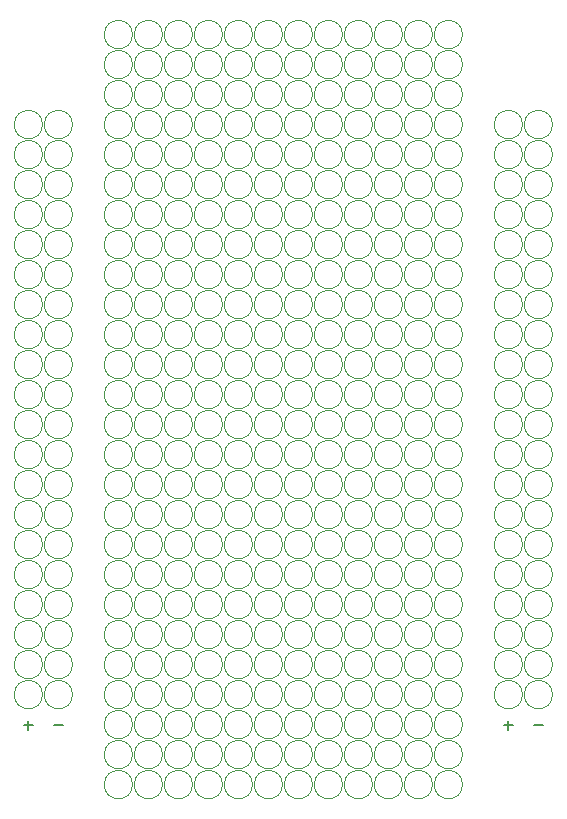
<source format=gbr>
%TF.GenerationSoftware,KiCad,Pcbnew,(5.1.10-1-10_14)*%
%TF.CreationDate,2021-09-01T11:57:48-05:00*%
%TF.ProjectId,soldering,736f6c64-6572-4696-9e67-2e6b69636164,rev?*%
%TF.SameCoordinates,Original*%
%TF.FileFunction,Legend,Top*%
%TF.FilePolarity,Positive*%
%FSLAX46Y46*%
G04 Gerber Fmt 4.6, Leading zero omitted, Abs format (unit mm)*
G04 Created by KiCad (PCBNEW (5.1.10-1-10_14)) date 2021-09-01 11:57:48*
%MOMM*%
%LPD*%
G01*
G04 APERTURE LIST*
%ADD10C,0.150000*%
%ADD11C,0.120000*%
G04 APERTURE END LIST*
D10*
X154559047Y-149931428D02*
X155320952Y-149931428D01*
X152019047Y-149931428D02*
X152780952Y-149931428D01*
X152400000Y-150312380D02*
X152400000Y-149550476D01*
X113919047Y-149931428D02*
X114680952Y-149931428D01*
X111379047Y-149931428D02*
X112140952Y-149931428D01*
X111760000Y-150312380D02*
X111760000Y-149550476D01*
D11*
%TO.C,REF\u002A\u002A*%
X156140000Y-99060000D02*
G75*
G03*
X156140000Y-99060000I-1200000J0D01*
G01*
X153600000Y-99060000D02*
G75*
G03*
X153600000Y-99060000I-1200000J0D01*
G01*
X112960000Y-99060000D02*
G75*
G03*
X112960000Y-99060000I-1200000J0D01*
G01*
X115500000Y-99060000D02*
G75*
G03*
X115500000Y-99060000I-1200000J0D01*
G01*
X148520000Y-104140000D02*
G75*
G03*
X148520000Y-104140000I-1200000J0D01*
G01*
X145980000Y-106680000D02*
G75*
G03*
X145980000Y-106680000I-1200000J0D01*
G01*
X145980000Y-154940000D02*
G75*
G03*
X145980000Y-154940000I-1200000J0D01*
G01*
X148520000Y-154940000D02*
G75*
G03*
X148520000Y-154940000I-1200000J0D01*
G01*
X148520000Y-147320000D02*
G75*
G03*
X148520000Y-147320000I-1200000J0D01*
G01*
X145980000Y-132080000D02*
G75*
G03*
X145980000Y-132080000I-1200000J0D01*
G01*
X148520000Y-142240000D02*
G75*
G03*
X148520000Y-142240000I-1200000J0D01*
G01*
X148520000Y-99060000D02*
G75*
G03*
X148520000Y-99060000I-1200000J0D01*
G01*
X148520000Y-91440000D02*
G75*
G03*
X148520000Y-91440000I-1200000J0D01*
G01*
X148520000Y-101600000D02*
G75*
G03*
X148520000Y-101600000I-1200000J0D01*
G01*
X145980000Y-116840000D02*
G75*
G03*
X145980000Y-116840000I-1200000J0D01*
G01*
X148520000Y-119380000D02*
G75*
G03*
X148520000Y-119380000I-1200000J0D01*
G01*
X148520000Y-109220000D02*
G75*
G03*
X148520000Y-109220000I-1200000J0D01*
G01*
X145980000Y-111760000D02*
G75*
G03*
X145980000Y-111760000I-1200000J0D01*
G01*
X148520000Y-114300000D02*
G75*
G03*
X148520000Y-114300000I-1200000J0D01*
G01*
X143440000Y-152400000D02*
G75*
G03*
X143440000Y-152400000I-1200000J0D01*
G01*
X143440000Y-142240000D02*
G75*
G03*
X143440000Y-142240000I-1200000J0D01*
G01*
X140900000Y-149860000D02*
G75*
G03*
X140900000Y-149860000I-1200000J0D01*
G01*
X140900000Y-152400000D02*
G75*
G03*
X140900000Y-152400000I-1200000J0D01*
G01*
X145980000Y-101600000D02*
G75*
G03*
X145980000Y-101600000I-1200000J0D01*
G01*
X145980000Y-152400000D02*
G75*
G03*
X145980000Y-152400000I-1200000J0D01*
G01*
X143440000Y-116840000D02*
G75*
G03*
X143440000Y-116840000I-1200000J0D01*
G01*
X140900000Y-104140000D02*
G75*
G03*
X140900000Y-104140000I-1200000J0D01*
G01*
X143440000Y-106680000D02*
G75*
G03*
X143440000Y-106680000I-1200000J0D01*
G01*
X143440000Y-132080000D02*
G75*
G03*
X143440000Y-132080000I-1200000J0D01*
G01*
X140900000Y-144780000D02*
G75*
G03*
X140900000Y-144780000I-1200000J0D01*
G01*
X148520000Y-124460000D02*
G75*
G03*
X148520000Y-124460000I-1200000J0D01*
G01*
X145980000Y-99060000D02*
G75*
G03*
X145980000Y-99060000I-1200000J0D01*
G01*
X145980000Y-91440000D02*
G75*
G03*
X145980000Y-91440000I-1200000J0D01*
G01*
X148520000Y-111760000D02*
G75*
G03*
X148520000Y-111760000I-1200000J0D01*
G01*
X148520000Y-129540000D02*
G75*
G03*
X148520000Y-129540000I-1200000J0D01*
G01*
X148520000Y-93980000D02*
G75*
G03*
X148520000Y-93980000I-1200000J0D01*
G01*
X148520000Y-134620000D02*
G75*
G03*
X148520000Y-134620000I-1200000J0D01*
G01*
X145980000Y-119380000D02*
G75*
G03*
X145980000Y-119380000I-1200000J0D01*
G01*
X145980000Y-114300000D02*
G75*
G03*
X145980000Y-114300000I-1200000J0D01*
G01*
X148520000Y-127000000D02*
G75*
G03*
X148520000Y-127000000I-1200000J0D01*
G01*
X145980000Y-124460000D02*
G75*
G03*
X145980000Y-124460000I-1200000J0D01*
G01*
X145980000Y-96520000D02*
G75*
G03*
X145980000Y-96520000I-1200000J0D01*
G01*
X145980000Y-127000000D02*
G75*
G03*
X145980000Y-127000000I-1200000J0D01*
G01*
X140900000Y-154940000D02*
G75*
G03*
X140900000Y-154940000I-1200000J0D01*
G01*
X143440000Y-154940000D02*
G75*
G03*
X143440000Y-154940000I-1200000J0D01*
G01*
X148520000Y-121920000D02*
G75*
G03*
X148520000Y-121920000I-1200000J0D01*
G01*
X145980000Y-129540000D02*
G75*
G03*
X145980000Y-129540000I-1200000J0D01*
G01*
X145980000Y-109220000D02*
G75*
G03*
X145980000Y-109220000I-1200000J0D01*
G01*
X145980000Y-93980000D02*
G75*
G03*
X145980000Y-93980000I-1200000J0D01*
G01*
X148520000Y-96520000D02*
G75*
G03*
X148520000Y-96520000I-1200000J0D01*
G01*
X148520000Y-139700000D02*
G75*
G03*
X148520000Y-139700000I-1200000J0D01*
G01*
X145980000Y-149860000D02*
G75*
G03*
X145980000Y-149860000I-1200000J0D01*
G01*
X145980000Y-121920000D02*
G75*
G03*
X145980000Y-121920000I-1200000J0D01*
G01*
X148520000Y-137160000D02*
G75*
G03*
X148520000Y-137160000I-1200000J0D01*
G01*
X145980000Y-137160000D02*
G75*
G03*
X145980000Y-137160000I-1200000J0D01*
G01*
X145980000Y-134620000D02*
G75*
G03*
X145980000Y-134620000I-1200000J0D01*
G01*
X148520000Y-149860000D02*
G75*
G03*
X148520000Y-149860000I-1200000J0D01*
G01*
X145980000Y-142240000D02*
G75*
G03*
X145980000Y-142240000I-1200000J0D01*
G01*
X148520000Y-116840000D02*
G75*
G03*
X148520000Y-116840000I-1200000J0D01*
G01*
X145980000Y-104140000D02*
G75*
G03*
X145980000Y-104140000I-1200000J0D01*
G01*
X148520000Y-106680000D02*
G75*
G03*
X148520000Y-106680000I-1200000J0D01*
G01*
X148520000Y-132080000D02*
G75*
G03*
X148520000Y-132080000I-1200000J0D01*
G01*
X145980000Y-144780000D02*
G75*
G03*
X145980000Y-144780000I-1200000J0D01*
G01*
X145980000Y-147320000D02*
G75*
G03*
X145980000Y-147320000I-1200000J0D01*
G01*
X148520000Y-144780000D02*
G75*
G03*
X148520000Y-144780000I-1200000J0D01*
G01*
X145980000Y-139700000D02*
G75*
G03*
X145980000Y-139700000I-1200000J0D01*
G01*
X148520000Y-152400000D02*
G75*
G03*
X148520000Y-152400000I-1200000J0D01*
G01*
X143440000Y-147320000D02*
G75*
G03*
X143440000Y-147320000I-1200000J0D01*
G01*
X143440000Y-139700000D02*
G75*
G03*
X143440000Y-139700000I-1200000J0D01*
G01*
X143440000Y-144780000D02*
G75*
G03*
X143440000Y-144780000I-1200000J0D01*
G01*
X140900000Y-139700000D02*
G75*
G03*
X140900000Y-139700000I-1200000J0D01*
G01*
X140900000Y-147320000D02*
G75*
G03*
X140900000Y-147320000I-1200000J0D01*
G01*
X140900000Y-142240000D02*
G75*
G03*
X140900000Y-142240000I-1200000J0D01*
G01*
X143440000Y-149860000D02*
G75*
G03*
X143440000Y-149860000I-1200000J0D01*
G01*
X140900000Y-96520000D02*
G75*
G03*
X140900000Y-96520000I-1200000J0D01*
G01*
X140900000Y-106680000D02*
G75*
G03*
X140900000Y-106680000I-1200000J0D01*
G01*
X143440000Y-137160000D02*
G75*
G03*
X143440000Y-137160000I-1200000J0D01*
G01*
X140900000Y-93980000D02*
G75*
G03*
X140900000Y-93980000I-1200000J0D01*
G01*
X140900000Y-134620000D02*
G75*
G03*
X140900000Y-134620000I-1200000J0D01*
G01*
X140900000Y-132080000D02*
G75*
G03*
X140900000Y-132080000I-1200000J0D01*
G01*
X140900000Y-109220000D02*
G75*
G03*
X140900000Y-109220000I-1200000J0D01*
G01*
X140900000Y-101600000D02*
G75*
G03*
X140900000Y-101600000I-1200000J0D01*
G01*
X143440000Y-91440000D02*
G75*
G03*
X143440000Y-91440000I-1200000J0D01*
G01*
X140900000Y-121920000D02*
G75*
G03*
X140900000Y-121920000I-1200000J0D01*
G01*
X143440000Y-99060000D02*
G75*
G03*
X143440000Y-99060000I-1200000J0D01*
G01*
X143440000Y-96520000D02*
G75*
G03*
X143440000Y-96520000I-1200000J0D01*
G01*
X143440000Y-104140000D02*
G75*
G03*
X143440000Y-104140000I-1200000J0D01*
G01*
X140900000Y-137160000D02*
G75*
G03*
X140900000Y-137160000I-1200000J0D01*
G01*
X143440000Y-121920000D02*
G75*
G03*
X143440000Y-121920000I-1200000J0D01*
G01*
X140900000Y-129540000D02*
G75*
G03*
X140900000Y-129540000I-1200000J0D01*
G01*
X140900000Y-127000000D02*
G75*
G03*
X140900000Y-127000000I-1200000J0D01*
G01*
X143440000Y-93980000D02*
G75*
G03*
X143440000Y-93980000I-1200000J0D01*
G01*
X143440000Y-111760000D02*
G75*
G03*
X143440000Y-111760000I-1200000J0D01*
G01*
X143440000Y-129540000D02*
G75*
G03*
X143440000Y-129540000I-1200000J0D01*
G01*
X143440000Y-127000000D02*
G75*
G03*
X143440000Y-127000000I-1200000J0D01*
G01*
X140900000Y-124460000D02*
G75*
G03*
X140900000Y-124460000I-1200000J0D01*
G01*
X143440000Y-109220000D02*
G75*
G03*
X143440000Y-109220000I-1200000J0D01*
G01*
X140900000Y-99060000D02*
G75*
G03*
X140900000Y-99060000I-1200000J0D01*
G01*
X140900000Y-91440000D02*
G75*
G03*
X140900000Y-91440000I-1200000J0D01*
G01*
X143440000Y-101600000D02*
G75*
G03*
X143440000Y-101600000I-1200000J0D01*
G01*
X143440000Y-114300000D02*
G75*
G03*
X143440000Y-114300000I-1200000J0D01*
G01*
X140900000Y-116840000D02*
G75*
G03*
X140900000Y-116840000I-1200000J0D01*
G01*
X143440000Y-119380000D02*
G75*
G03*
X143440000Y-119380000I-1200000J0D01*
G01*
X143440000Y-124460000D02*
G75*
G03*
X143440000Y-124460000I-1200000J0D01*
G01*
X140900000Y-111760000D02*
G75*
G03*
X140900000Y-111760000I-1200000J0D01*
G01*
X140900000Y-114300000D02*
G75*
G03*
X140900000Y-114300000I-1200000J0D01*
G01*
X143440000Y-134620000D02*
G75*
G03*
X143440000Y-134620000I-1200000J0D01*
G01*
X140900000Y-119380000D02*
G75*
G03*
X140900000Y-119380000I-1200000J0D01*
G01*
X133280000Y-134620000D02*
G75*
G03*
X133280000Y-134620000I-1200000J0D01*
G01*
X130740000Y-119380000D02*
G75*
G03*
X130740000Y-119380000I-1200000J0D01*
G01*
X130740000Y-114300000D02*
G75*
G03*
X130740000Y-114300000I-1200000J0D01*
G01*
X130740000Y-127000000D02*
G75*
G03*
X130740000Y-127000000I-1200000J0D01*
G01*
X133280000Y-121920000D02*
G75*
G03*
X133280000Y-121920000I-1200000J0D01*
G01*
X130740000Y-129540000D02*
G75*
G03*
X130740000Y-129540000I-1200000J0D01*
G01*
X133280000Y-101600000D02*
G75*
G03*
X133280000Y-101600000I-1200000J0D01*
G01*
X133280000Y-109220000D02*
G75*
G03*
X133280000Y-109220000I-1200000J0D01*
G01*
X130740000Y-111760000D02*
G75*
G03*
X130740000Y-111760000I-1200000J0D01*
G01*
X133280000Y-114300000D02*
G75*
G03*
X133280000Y-114300000I-1200000J0D01*
G01*
X130740000Y-116840000D02*
G75*
G03*
X130740000Y-116840000I-1200000J0D01*
G01*
X133280000Y-119380000D02*
G75*
G03*
X133280000Y-119380000I-1200000J0D01*
G01*
X133280000Y-124460000D02*
G75*
G03*
X133280000Y-124460000I-1200000J0D01*
G01*
X130740000Y-99060000D02*
G75*
G03*
X130740000Y-99060000I-1200000J0D01*
G01*
X130740000Y-91440000D02*
G75*
G03*
X130740000Y-91440000I-1200000J0D01*
G01*
X133280000Y-93980000D02*
G75*
G03*
X133280000Y-93980000I-1200000J0D01*
G01*
X133280000Y-111760000D02*
G75*
G03*
X133280000Y-111760000I-1200000J0D01*
G01*
X133280000Y-129540000D02*
G75*
G03*
X133280000Y-129540000I-1200000J0D01*
G01*
X133280000Y-127000000D02*
G75*
G03*
X133280000Y-127000000I-1200000J0D01*
G01*
X130740000Y-124460000D02*
G75*
G03*
X130740000Y-124460000I-1200000J0D01*
G01*
X130740000Y-96520000D02*
G75*
G03*
X130740000Y-96520000I-1200000J0D01*
G01*
X133280000Y-99060000D02*
G75*
G03*
X133280000Y-99060000I-1200000J0D01*
G01*
X130740000Y-93980000D02*
G75*
G03*
X130740000Y-93980000I-1200000J0D01*
G01*
X133280000Y-96520000D02*
G75*
G03*
X133280000Y-96520000I-1200000J0D01*
G01*
X133280000Y-104140000D02*
G75*
G03*
X133280000Y-104140000I-1200000J0D01*
G01*
X130740000Y-106680000D02*
G75*
G03*
X130740000Y-106680000I-1200000J0D01*
G01*
X130740000Y-132080000D02*
G75*
G03*
X130740000Y-132080000I-1200000J0D01*
G01*
X130740000Y-109220000D02*
G75*
G03*
X130740000Y-109220000I-1200000J0D01*
G01*
X130740000Y-101600000D02*
G75*
G03*
X130740000Y-101600000I-1200000J0D01*
G01*
X133280000Y-91440000D02*
G75*
G03*
X133280000Y-91440000I-1200000J0D01*
G01*
X130740000Y-121920000D02*
G75*
G03*
X130740000Y-121920000I-1200000J0D01*
G01*
X133280000Y-137160000D02*
G75*
G03*
X133280000Y-137160000I-1200000J0D01*
G01*
X130740000Y-137160000D02*
G75*
G03*
X130740000Y-137160000I-1200000J0D01*
G01*
X130740000Y-134620000D02*
G75*
G03*
X130740000Y-134620000I-1200000J0D01*
G01*
X133280000Y-149860000D02*
G75*
G03*
X133280000Y-149860000I-1200000J0D01*
G01*
X130740000Y-142240000D02*
G75*
G03*
X130740000Y-142240000I-1200000J0D01*
G01*
X133280000Y-116840000D02*
G75*
G03*
X133280000Y-116840000I-1200000J0D01*
G01*
X130740000Y-104140000D02*
G75*
G03*
X130740000Y-104140000I-1200000J0D01*
G01*
X133280000Y-106680000D02*
G75*
G03*
X133280000Y-106680000I-1200000J0D01*
G01*
X133280000Y-132080000D02*
G75*
G03*
X133280000Y-132080000I-1200000J0D01*
G01*
X130740000Y-144780000D02*
G75*
G03*
X130740000Y-144780000I-1200000J0D01*
G01*
X138360000Y-124460000D02*
G75*
G03*
X138360000Y-124460000I-1200000J0D01*
G01*
X135820000Y-99060000D02*
G75*
G03*
X135820000Y-99060000I-1200000J0D01*
G01*
X135820000Y-91440000D02*
G75*
G03*
X135820000Y-91440000I-1200000J0D01*
G01*
X138360000Y-111760000D02*
G75*
G03*
X138360000Y-111760000I-1200000J0D01*
G01*
X138360000Y-129540000D02*
G75*
G03*
X138360000Y-129540000I-1200000J0D01*
G01*
X138360000Y-93980000D02*
G75*
G03*
X138360000Y-93980000I-1200000J0D01*
G01*
X138360000Y-134620000D02*
G75*
G03*
X138360000Y-134620000I-1200000J0D01*
G01*
X135820000Y-119380000D02*
G75*
G03*
X135820000Y-119380000I-1200000J0D01*
G01*
X135820000Y-114300000D02*
G75*
G03*
X135820000Y-114300000I-1200000J0D01*
G01*
X138360000Y-127000000D02*
G75*
G03*
X138360000Y-127000000I-1200000J0D01*
G01*
X135820000Y-124460000D02*
G75*
G03*
X135820000Y-124460000I-1200000J0D01*
G01*
X135820000Y-96520000D02*
G75*
G03*
X135820000Y-96520000I-1200000J0D01*
G01*
X135820000Y-127000000D02*
G75*
G03*
X135820000Y-127000000I-1200000J0D01*
G01*
X138360000Y-121920000D02*
G75*
G03*
X138360000Y-121920000I-1200000J0D01*
G01*
X135820000Y-129540000D02*
G75*
G03*
X135820000Y-129540000I-1200000J0D01*
G01*
X138360000Y-101600000D02*
G75*
G03*
X138360000Y-101600000I-1200000J0D01*
G01*
X135820000Y-116840000D02*
G75*
G03*
X135820000Y-116840000I-1200000J0D01*
G01*
X138360000Y-119380000D02*
G75*
G03*
X138360000Y-119380000I-1200000J0D01*
G01*
X138360000Y-109220000D02*
G75*
G03*
X138360000Y-109220000I-1200000J0D01*
G01*
X135820000Y-111760000D02*
G75*
G03*
X135820000Y-111760000I-1200000J0D01*
G01*
X138360000Y-114300000D02*
G75*
G03*
X138360000Y-114300000I-1200000J0D01*
G01*
X135820000Y-109220000D02*
G75*
G03*
X135820000Y-109220000I-1200000J0D01*
G01*
X135820000Y-101600000D02*
G75*
G03*
X135820000Y-101600000I-1200000J0D01*
G01*
X135820000Y-152400000D02*
G75*
G03*
X135820000Y-152400000I-1200000J0D01*
G01*
X138360000Y-104140000D02*
G75*
G03*
X138360000Y-104140000I-1200000J0D01*
G01*
X135820000Y-106680000D02*
G75*
G03*
X135820000Y-106680000I-1200000J0D01*
G01*
X135820000Y-154940000D02*
G75*
G03*
X135820000Y-154940000I-1200000J0D01*
G01*
X138360000Y-154940000D02*
G75*
G03*
X138360000Y-154940000I-1200000J0D01*
G01*
X138360000Y-147320000D02*
G75*
G03*
X138360000Y-147320000I-1200000J0D01*
G01*
X135820000Y-132080000D02*
G75*
G03*
X135820000Y-132080000I-1200000J0D01*
G01*
X138360000Y-142240000D02*
G75*
G03*
X138360000Y-142240000I-1200000J0D01*
G01*
X138360000Y-99060000D02*
G75*
G03*
X138360000Y-99060000I-1200000J0D01*
G01*
X135820000Y-93980000D02*
G75*
G03*
X135820000Y-93980000I-1200000J0D01*
G01*
X138360000Y-96520000D02*
G75*
G03*
X138360000Y-96520000I-1200000J0D01*
G01*
X138360000Y-139700000D02*
G75*
G03*
X138360000Y-139700000I-1200000J0D01*
G01*
X135820000Y-121920000D02*
G75*
G03*
X135820000Y-121920000I-1200000J0D01*
G01*
X138360000Y-137160000D02*
G75*
G03*
X138360000Y-137160000I-1200000J0D01*
G01*
X135820000Y-137160000D02*
G75*
G03*
X135820000Y-137160000I-1200000J0D01*
G01*
X135820000Y-134620000D02*
G75*
G03*
X135820000Y-134620000I-1200000J0D01*
G01*
X138360000Y-149860000D02*
G75*
G03*
X138360000Y-149860000I-1200000J0D01*
G01*
X135820000Y-142240000D02*
G75*
G03*
X135820000Y-142240000I-1200000J0D01*
G01*
X138360000Y-116840000D02*
G75*
G03*
X138360000Y-116840000I-1200000J0D01*
G01*
X135820000Y-104140000D02*
G75*
G03*
X135820000Y-104140000I-1200000J0D01*
G01*
X138360000Y-106680000D02*
G75*
G03*
X138360000Y-106680000I-1200000J0D01*
G01*
X138360000Y-132080000D02*
G75*
G03*
X138360000Y-132080000I-1200000J0D01*
G01*
X135820000Y-144780000D02*
G75*
G03*
X135820000Y-144780000I-1200000J0D01*
G01*
X135820000Y-147320000D02*
G75*
G03*
X135820000Y-147320000I-1200000J0D01*
G01*
X138360000Y-144780000D02*
G75*
G03*
X138360000Y-144780000I-1200000J0D01*
G01*
X135820000Y-139700000D02*
G75*
G03*
X135820000Y-139700000I-1200000J0D01*
G01*
X138360000Y-152400000D02*
G75*
G03*
X138360000Y-152400000I-1200000J0D01*
G01*
X138360000Y-91440000D02*
G75*
G03*
X138360000Y-91440000I-1200000J0D01*
G01*
X135820000Y-149860000D02*
G75*
G03*
X135820000Y-149860000I-1200000J0D01*
G01*
X130740000Y-154940000D02*
G75*
G03*
X130740000Y-154940000I-1200000J0D01*
G01*
X133280000Y-154940000D02*
G75*
G03*
X133280000Y-154940000I-1200000J0D01*
G01*
X133280000Y-147320000D02*
G75*
G03*
X133280000Y-147320000I-1200000J0D01*
G01*
X133280000Y-139700000D02*
G75*
G03*
X133280000Y-139700000I-1200000J0D01*
G01*
X133280000Y-144780000D02*
G75*
G03*
X133280000Y-144780000I-1200000J0D01*
G01*
X130740000Y-139700000D02*
G75*
G03*
X130740000Y-139700000I-1200000J0D01*
G01*
X130740000Y-147320000D02*
G75*
G03*
X130740000Y-147320000I-1200000J0D01*
G01*
X133280000Y-152400000D02*
G75*
G03*
X133280000Y-152400000I-1200000J0D01*
G01*
X133280000Y-142240000D02*
G75*
G03*
X133280000Y-142240000I-1200000J0D01*
G01*
X130740000Y-149860000D02*
G75*
G03*
X130740000Y-149860000I-1200000J0D01*
G01*
X130740000Y-152400000D02*
G75*
G03*
X130740000Y-152400000I-1200000J0D01*
G01*
X128200000Y-134620000D02*
G75*
G03*
X128200000Y-134620000I-1200000J0D01*
G01*
X125660000Y-119380000D02*
G75*
G03*
X125660000Y-119380000I-1200000J0D01*
G01*
X125660000Y-114300000D02*
G75*
G03*
X125660000Y-114300000I-1200000J0D01*
G01*
X125660000Y-127000000D02*
G75*
G03*
X125660000Y-127000000I-1200000J0D01*
G01*
X128200000Y-121920000D02*
G75*
G03*
X128200000Y-121920000I-1200000J0D01*
G01*
X125660000Y-129540000D02*
G75*
G03*
X125660000Y-129540000I-1200000J0D01*
G01*
X128200000Y-101600000D02*
G75*
G03*
X128200000Y-101600000I-1200000J0D01*
G01*
X128200000Y-109220000D02*
G75*
G03*
X128200000Y-109220000I-1200000J0D01*
G01*
X125660000Y-111760000D02*
G75*
G03*
X125660000Y-111760000I-1200000J0D01*
G01*
X128200000Y-114300000D02*
G75*
G03*
X128200000Y-114300000I-1200000J0D01*
G01*
X125660000Y-116840000D02*
G75*
G03*
X125660000Y-116840000I-1200000J0D01*
G01*
X128200000Y-119380000D02*
G75*
G03*
X128200000Y-119380000I-1200000J0D01*
G01*
X128200000Y-124460000D02*
G75*
G03*
X128200000Y-124460000I-1200000J0D01*
G01*
X125660000Y-99060000D02*
G75*
G03*
X125660000Y-99060000I-1200000J0D01*
G01*
X125660000Y-91440000D02*
G75*
G03*
X125660000Y-91440000I-1200000J0D01*
G01*
X128200000Y-93980000D02*
G75*
G03*
X128200000Y-93980000I-1200000J0D01*
G01*
X128200000Y-111760000D02*
G75*
G03*
X128200000Y-111760000I-1200000J0D01*
G01*
X128200000Y-129540000D02*
G75*
G03*
X128200000Y-129540000I-1200000J0D01*
G01*
X128200000Y-127000000D02*
G75*
G03*
X128200000Y-127000000I-1200000J0D01*
G01*
X125660000Y-124460000D02*
G75*
G03*
X125660000Y-124460000I-1200000J0D01*
G01*
X125660000Y-96520000D02*
G75*
G03*
X125660000Y-96520000I-1200000J0D01*
G01*
X128200000Y-99060000D02*
G75*
G03*
X128200000Y-99060000I-1200000J0D01*
G01*
X125660000Y-93980000D02*
G75*
G03*
X125660000Y-93980000I-1200000J0D01*
G01*
X128200000Y-96520000D02*
G75*
G03*
X128200000Y-96520000I-1200000J0D01*
G01*
X128200000Y-104140000D02*
G75*
G03*
X128200000Y-104140000I-1200000J0D01*
G01*
X125660000Y-106680000D02*
G75*
G03*
X125660000Y-106680000I-1200000J0D01*
G01*
X125660000Y-132080000D02*
G75*
G03*
X125660000Y-132080000I-1200000J0D01*
G01*
X125660000Y-109220000D02*
G75*
G03*
X125660000Y-109220000I-1200000J0D01*
G01*
X125660000Y-101600000D02*
G75*
G03*
X125660000Y-101600000I-1200000J0D01*
G01*
X128200000Y-91440000D02*
G75*
G03*
X128200000Y-91440000I-1200000J0D01*
G01*
X125660000Y-121920000D02*
G75*
G03*
X125660000Y-121920000I-1200000J0D01*
G01*
X128200000Y-137160000D02*
G75*
G03*
X128200000Y-137160000I-1200000J0D01*
G01*
X125660000Y-137160000D02*
G75*
G03*
X125660000Y-137160000I-1200000J0D01*
G01*
X125660000Y-134620000D02*
G75*
G03*
X125660000Y-134620000I-1200000J0D01*
G01*
X128200000Y-149860000D02*
G75*
G03*
X128200000Y-149860000I-1200000J0D01*
G01*
X125660000Y-142240000D02*
G75*
G03*
X125660000Y-142240000I-1200000J0D01*
G01*
X128200000Y-116840000D02*
G75*
G03*
X128200000Y-116840000I-1200000J0D01*
G01*
X125660000Y-104140000D02*
G75*
G03*
X125660000Y-104140000I-1200000J0D01*
G01*
X128200000Y-106680000D02*
G75*
G03*
X128200000Y-106680000I-1200000J0D01*
G01*
X128200000Y-132080000D02*
G75*
G03*
X128200000Y-132080000I-1200000J0D01*
G01*
X125660000Y-144780000D02*
G75*
G03*
X125660000Y-144780000I-1200000J0D01*
G01*
X125660000Y-154940000D02*
G75*
G03*
X125660000Y-154940000I-1200000J0D01*
G01*
X128200000Y-154940000D02*
G75*
G03*
X128200000Y-154940000I-1200000J0D01*
G01*
X128200000Y-147320000D02*
G75*
G03*
X128200000Y-147320000I-1200000J0D01*
G01*
X128200000Y-139700000D02*
G75*
G03*
X128200000Y-139700000I-1200000J0D01*
G01*
X128200000Y-144780000D02*
G75*
G03*
X128200000Y-144780000I-1200000J0D01*
G01*
X125660000Y-139700000D02*
G75*
G03*
X125660000Y-139700000I-1200000J0D01*
G01*
X125660000Y-147320000D02*
G75*
G03*
X125660000Y-147320000I-1200000J0D01*
G01*
X128200000Y-152400000D02*
G75*
G03*
X128200000Y-152400000I-1200000J0D01*
G01*
X128200000Y-142240000D02*
G75*
G03*
X128200000Y-142240000I-1200000J0D01*
G01*
X125660000Y-149860000D02*
G75*
G03*
X125660000Y-149860000I-1200000J0D01*
G01*
X125660000Y-152400000D02*
G75*
G03*
X125660000Y-152400000I-1200000J0D01*
G01*
X123120000Y-154940000D02*
G75*
G03*
X123120000Y-154940000I-1200000J0D01*
G01*
X120580000Y-154940000D02*
G75*
G03*
X120580000Y-154940000I-1200000J0D01*
G01*
X123120000Y-149860000D02*
G75*
G03*
X123120000Y-149860000I-1200000J0D01*
G01*
X120580000Y-142240000D02*
G75*
G03*
X120580000Y-142240000I-1200000J0D01*
G01*
X120580000Y-144780000D02*
G75*
G03*
X120580000Y-144780000I-1200000J0D01*
G01*
X123120000Y-139700000D02*
G75*
G03*
X123120000Y-139700000I-1200000J0D01*
G01*
X123120000Y-144780000D02*
G75*
G03*
X123120000Y-144780000I-1200000J0D01*
G01*
X123120000Y-142240000D02*
G75*
G03*
X123120000Y-142240000I-1200000J0D01*
G01*
X120580000Y-139700000D02*
G75*
G03*
X120580000Y-139700000I-1200000J0D01*
G01*
X120580000Y-147320000D02*
G75*
G03*
X120580000Y-147320000I-1200000J0D01*
G01*
X123120000Y-152400000D02*
G75*
G03*
X123120000Y-152400000I-1200000J0D01*
G01*
X120580000Y-152400000D02*
G75*
G03*
X120580000Y-152400000I-1200000J0D01*
G01*
X120580000Y-149860000D02*
G75*
G03*
X120580000Y-149860000I-1200000J0D01*
G01*
X123120000Y-147320000D02*
G75*
G03*
X123120000Y-147320000I-1200000J0D01*
G01*
X123120000Y-116840000D02*
G75*
G03*
X123120000Y-116840000I-1200000J0D01*
G01*
X123120000Y-124460000D02*
G75*
G03*
X123120000Y-124460000I-1200000J0D01*
G01*
X123120000Y-134620000D02*
G75*
G03*
X123120000Y-134620000I-1200000J0D01*
G01*
X120580000Y-119380000D02*
G75*
G03*
X120580000Y-119380000I-1200000J0D01*
G01*
X120580000Y-111760000D02*
G75*
G03*
X120580000Y-111760000I-1200000J0D01*
G01*
X123120000Y-114300000D02*
G75*
G03*
X123120000Y-114300000I-1200000J0D01*
G01*
X120580000Y-116840000D02*
G75*
G03*
X120580000Y-116840000I-1200000J0D01*
G01*
X123120000Y-119380000D02*
G75*
G03*
X123120000Y-119380000I-1200000J0D01*
G01*
X120580000Y-114300000D02*
G75*
G03*
X120580000Y-114300000I-1200000J0D01*
G01*
X120580000Y-127000000D02*
G75*
G03*
X120580000Y-127000000I-1200000J0D01*
G01*
X123120000Y-121920000D02*
G75*
G03*
X123120000Y-121920000I-1200000J0D01*
G01*
X120580000Y-129540000D02*
G75*
G03*
X120580000Y-129540000I-1200000J0D01*
G01*
X120580000Y-121920000D02*
G75*
G03*
X120580000Y-121920000I-1200000J0D01*
G01*
X123120000Y-137160000D02*
G75*
G03*
X123120000Y-137160000I-1200000J0D01*
G01*
X120580000Y-137160000D02*
G75*
G03*
X120580000Y-137160000I-1200000J0D01*
G01*
X120580000Y-134620000D02*
G75*
G03*
X120580000Y-134620000I-1200000J0D01*
G01*
X120580000Y-99060000D02*
G75*
G03*
X120580000Y-99060000I-1200000J0D01*
G01*
X120580000Y-91440000D02*
G75*
G03*
X120580000Y-91440000I-1200000J0D01*
G01*
X123120000Y-93980000D02*
G75*
G03*
X123120000Y-93980000I-1200000J0D01*
G01*
X123120000Y-111760000D02*
G75*
G03*
X123120000Y-111760000I-1200000J0D01*
G01*
X123120000Y-129540000D02*
G75*
G03*
X123120000Y-129540000I-1200000J0D01*
G01*
X123120000Y-127000000D02*
G75*
G03*
X123120000Y-127000000I-1200000J0D01*
G01*
X120580000Y-124460000D02*
G75*
G03*
X120580000Y-124460000I-1200000J0D01*
G01*
X120580000Y-96520000D02*
G75*
G03*
X120580000Y-96520000I-1200000J0D01*
G01*
X123120000Y-99060000D02*
G75*
G03*
X123120000Y-99060000I-1200000J0D01*
G01*
X120580000Y-93980000D02*
G75*
G03*
X120580000Y-93980000I-1200000J0D01*
G01*
X123120000Y-96520000D02*
G75*
G03*
X123120000Y-96520000I-1200000J0D01*
G01*
X123120000Y-104140000D02*
G75*
G03*
X123120000Y-104140000I-1200000J0D01*
G01*
X120580000Y-106680000D02*
G75*
G03*
X120580000Y-106680000I-1200000J0D01*
G01*
X120580000Y-132080000D02*
G75*
G03*
X120580000Y-132080000I-1200000J0D01*
G01*
X120580000Y-109220000D02*
G75*
G03*
X120580000Y-109220000I-1200000J0D01*
G01*
X120580000Y-101600000D02*
G75*
G03*
X120580000Y-101600000I-1200000J0D01*
G01*
X123120000Y-91440000D02*
G75*
G03*
X123120000Y-91440000I-1200000J0D01*
G01*
X123120000Y-101600000D02*
G75*
G03*
X123120000Y-101600000I-1200000J0D01*
G01*
X123120000Y-109220000D02*
G75*
G03*
X123120000Y-109220000I-1200000J0D01*
G01*
X120580000Y-104140000D02*
G75*
G03*
X120580000Y-104140000I-1200000J0D01*
G01*
X123120000Y-106680000D02*
G75*
G03*
X123120000Y-106680000I-1200000J0D01*
G01*
X123120000Y-132080000D02*
G75*
G03*
X123120000Y-132080000I-1200000J0D01*
G01*
X156140000Y-127000000D02*
G75*
G03*
X156140000Y-127000000I-1200000J0D01*
G01*
X156140000Y-134620000D02*
G75*
G03*
X156140000Y-134620000I-1200000J0D01*
G01*
X156140000Y-144780000D02*
G75*
G03*
X156140000Y-144780000I-1200000J0D01*
G01*
X153600000Y-129540000D02*
G75*
G03*
X153600000Y-129540000I-1200000J0D01*
G01*
X153600000Y-121920000D02*
G75*
G03*
X153600000Y-121920000I-1200000J0D01*
G01*
X156140000Y-124460000D02*
G75*
G03*
X156140000Y-124460000I-1200000J0D01*
G01*
X153600000Y-127000000D02*
G75*
G03*
X153600000Y-127000000I-1200000J0D01*
G01*
X156140000Y-129540000D02*
G75*
G03*
X156140000Y-129540000I-1200000J0D01*
G01*
X153600000Y-124460000D02*
G75*
G03*
X153600000Y-124460000I-1200000J0D01*
G01*
X153600000Y-137160000D02*
G75*
G03*
X153600000Y-137160000I-1200000J0D01*
G01*
X156140000Y-132080000D02*
G75*
G03*
X156140000Y-132080000I-1200000J0D01*
G01*
X153600000Y-139700000D02*
G75*
G03*
X153600000Y-139700000I-1200000J0D01*
G01*
X153600000Y-132080000D02*
G75*
G03*
X153600000Y-132080000I-1200000J0D01*
G01*
X156140000Y-147320000D02*
G75*
G03*
X156140000Y-147320000I-1200000J0D01*
G01*
X153600000Y-147320000D02*
G75*
G03*
X153600000Y-147320000I-1200000J0D01*
G01*
X153600000Y-144780000D02*
G75*
G03*
X153600000Y-144780000I-1200000J0D01*
G01*
X153600000Y-109220000D02*
G75*
G03*
X153600000Y-109220000I-1200000J0D01*
G01*
X153600000Y-101600000D02*
G75*
G03*
X153600000Y-101600000I-1200000J0D01*
G01*
X156140000Y-104140000D02*
G75*
G03*
X156140000Y-104140000I-1200000J0D01*
G01*
X156140000Y-121920000D02*
G75*
G03*
X156140000Y-121920000I-1200000J0D01*
G01*
X156140000Y-139700000D02*
G75*
G03*
X156140000Y-139700000I-1200000J0D01*
G01*
X156140000Y-137160000D02*
G75*
G03*
X156140000Y-137160000I-1200000J0D01*
G01*
X153600000Y-134620000D02*
G75*
G03*
X153600000Y-134620000I-1200000J0D01*
G01*
X153600000Y-106680000D02*
G75*
G03*
X153600000Y-106680000I-1200000J0D01*
G01*
X156140000Y-109220000D02*
G75*
G03*
X156140000Y-109220000I-1200000J0D01*
G01*
X153600000Y-104140000D02*
G75*
G03*
X153600000Y-104140000I-1200000J0D01*
G01*
X156140000Y-106680000D02*
G75*
G03*
X156140000Y-106680000I-1200000J0D01*
G01*
X156140000Y-114300000D02*
G75*
G03*
X156140000Y-114300000I-1200000J0D01*
G01*
X153600000Y-116840000D02*
G75*
G03*
X153600000Y-116840000I-1200000J0D01*
G01*
X153600000Y-142240000D02*
G75*
G03*
X153600000Y-142240000I-1200000J0D01*
G01*
X153600000Y-119380000D02*
G75*
G03*
X153600000Y-119380000I-1200000J0D01*
G01*
X153600000Y-111760000D02*
G75*
G03*
X153600000Y-111760000I-1200000J0D01*
G01*
X156140000Y-101600000D02*
G75*
G03*
X156140000Y-101600000I-1200000J0D01*
G01*
X156140000Y-111760000D02*
G75*
G03*
X156140000Y-111760000I-1200000J0D01*
G01*
X156140000Y-119380000D02*
G75*
G03*
X156140000Y-119380000I-1200000J0D01*
G01*
X153600000Y-114300000D02*
G75*
G03*
X153600000Y-114300000I-1200000J0D01*
G01*
X156140000Y-116840000D02*
G75*
G03*
X156140000Y-116840000I-1200000J0D01*
G01*
X156140000Y-142240000D02*
G75*
G03*
X156140000Y-142240000I-1200000J0D01*
G01*
X115500000Y-147320000D02*
G75*
G03*
X115500000Y-147320000I-1200000J0D01*
G01*
X112960000Y-147320000D02*
G75*
G03*
X112960000Y-147320000I-1200000J0D01*
G01*
X112960000Y-144780000D02*
G75*
G03*
X112960000Y-144780000I-1200000J0D01*
G01*
X115500000Y-144780000D02*
G75*
G03*
X115500000Y-144780000I-1200000J0D01*
G01*
X112960000Y-142240000D02*
G75*
G03*
X112960000Y-142240000I-1200000J0D01*
G01*
X115500000Y-142240000D02*
G75*
G03*
X115500000Y-142240000I-1200000J0D01*
G01*
X112960000Y-129540000D02*
G75*
G03*
X112960000Y-129540000I-1200000J0D01*
G01*
X112960000Y-121920000D02*
G75*
G03*
X112960000Y-121920000I-1200000J0D01*
G01*
X115500000Y-124460000D02*
G75*
G03*
X115500000Y-124460000I-1200000J0D01*
G01*
X112960000Y-127000000D02*
G75*
G03*
X112960000Y-127000000I-1200000J0D01*
G01*
X115500000Y-129540000D02*
G75*
G03*
X115500000Y-129540000I-1200000J0D01*
G01*
X112960000Y-124460000D02*
G75*
G03*
X112960000Y-124460000I-1200000J0D01*
G01*
X115500000Y-127000000D02*
G75*
G03*
X115500000Y-127000000I-1200000J0D01*
G01*
X115500000Y-134620000D02*
G75*
G03*
X115500000Y-134620000I-1200000J0D01*
G01*
X112960000Y-137160000D02*
G75*
G03*
X112960000Y-137160000I-1200000J0D01*
G01*
X112960000Y-139700000D02*
G75*
G03*
X112960000Y-139700000I-1200000J0D01*
G01*
X112960000Y-132080000D02*
G75*
G03*
X112960000Y-132080000I-1200000J0D01*
G01*
X115500000Y-121920000D02*
G75*
G03*
X115500000Y-121920000I-1200000J0D01*
G01*
X115500000Y-132080000D02*
G75*
G03*
X115500000Y-132080000I-1200000J0D01*
G01*
X115500000Y-139700000D02*
G75*
G03*
X115500000Y-139700000I-1200000J0D01*
G01*
X112960000Y-134620000D02*
G75*
G03*
X112960000Y-134620000I-1200000J0D01*
G01*
X115500000Y-137160000D02*
G75*
G03*
X115500000Y-137160000I-1200000J0D01*
G01*
X112960000Y-119380000D02*
G75*
G03*
X112960000Y-119380000I-1200000J0D01*
G01*
X112960000Y-111760000D02*
G75*
G03*
X112960000Y-111760000I-1200000J0D01*
G01*
X115500000Y-114300000D02*
G75*
G03*
X115500000Y-114300000I-1200000J0D01*
G01*
X112960000Y-116840000D02*
G75*
G03*
X112960000Y-116840000I-1200000J0D01*
G01*
X115500000Y-119380000D02*
G75*
G03*
X115500000Y-119380000I-1200000J0D01*
G01*
X112960000Y-114300000D02*
G75*
G03*
X112960000Y-114300000I-1200000J0D01*
G01*
X115500000Y-116840000D02*
G75*
G03*
X115500000Y-116840000I-1200000J0D01*
G01*
X115500000Y-111760000D02*
G75*
G03*
X115500000Y-111760000I-1200000J0D01*
G01*
X112960000Y-106680000D02*
G75*
G03*
X112960000Y-106680000I-1200000J0D01*
G01*
X115500000Y-109220000D02*
G75*
G03*
X115500000Y-109220000I-1200000J0D01*
G01*
X112960000Y-109220000D02*
G75*
G03*
X112960000Y-109220000I-1200000J0D01*
G01*
X115500000Y-106680000D02*
G75*
G03*
X115500000Y-106680000I-1200000J0D01*
G01*
X112960000Y-101600000D02*
G75*
G03*
X112960000Y-101600000I-1200000J0D01*
G01*
X112960000Y-104140000D02*
G75*
G03*
X112960000Y-104140000I-1200000J0D01*
G01*
X115500000Y-104140000D02*
G75*
G03*
X115500000Y-104140000I-1200000J0D01*
G01*
X115500000Y-101600000D02*
G75*
G03*
X115500000Y-101600000I-1200000J0D01*
G01*
%TD*%
M02*

</source>
